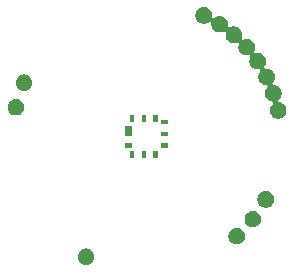
<source format=gbr>
G04 #@! TF.GenerationSoftware,KiCad,Pcbnew,5.0.2-bee76a0~70~ubuntu18.04.1*
G04 #@! TF.CreationDate,2019-07-03T17:26:22+02:00*
G04 #@! TF.ProjectId,lower_Sensor,6c6f7765-725f-4536-956e-736f722e6b69,rev?*
G04 #@! TF.SameCoordinates,Original*
G04 #@! TF.FileFunction,Soldermask,Bot*
G04 #@! TF.FilePolarity,Negative*
%FSLAX46Y46*%
G04 Gerber Fmt 4.6, Leading zero omitted, Abs format (unit mm)*
G04 Created by KiCad (PCBNEW 5.0.2-bee76a0~70~ubuntu18.04.1) date Mi 03 Jul 2019 17:26:22 CEST*
%MOMM*%
%LPD*%
G01*
G04 APERTURE LIST*
%ADD10C,0.100000*%
G04 APERTURE END LIST*
D10*
G36*
X105068372Y-89485778D02*
X105195949Y-89538622D01*
X105310765Y-89615340D01*
X105408400Y-89712975D01*
X105485118Y-89827791D01*
X105537962Y-89955368D01*
X105564900Y-90090796D01*
X105564900Y-90228884D01*
X105537962Y-90364312D01*
X105485118Y-90491889D01*
X105408400Y-90606705D01*
X105310765Y-90704340D01*
X105195949Y-90781058D01*
X105068372Y-90833902D01*
X104932944Y-90860840D01*
X104794856Y-90860840D01*
X104659428Y-90833902D01*
X104531851Y-90781058D01*
X104417035Y-90704340D01*
X104319400Y-90606705D01*
X104242682Y-90491889D01*
X104189838Y-90364312D01*
X104162900Y-90228884D01*
X104162900Y-90090796D01*
X104189838Y-89955368D01*
X104242682Y-89827791D01*
X104319400Y-89712975D01*
X104417035Y-89615340D01*
X104531851Y-89538622D01*
X104659428Y-89485778D01*
X104794856Y-89458840D01*
X104932944Y-89458840D01*
X105068372Y-89485778D01*
X105068372Y-89485778D01*
G37*
G36*
X117831872Y-87745878D02*
X117959449Y-87798722D01*
X118074265Y-87875440D01*
X118171900Y-87973075D01*
X118248618Y-88087891D01*
X118301462Y-88215468D01*
X118328400Y-88350896D01*
X118328400Y-88488984D01*
X118301462Y-88624412D01*
X118248618Y-88751989D01*
X118171900Y-88866805D01*
X118074265Y-88964440D01*
X117959449Y-89041158D01*
X117831872Y-89094002D01*
X117696444Y-89120940D01*
X117558356Y-89120940D01*
X117422928Y-89094002D01*
X117295351Y-89041158D01*
X117180535Y-88964440D01*
X117082900Y-88866805D01*
X117006182Y-88751989D01*
X116953338Y-88624412D01*
X116926400Y-88488984D01*
X116926400Y-88350896D01*
X116953338Y-88215468D01*
X117006182Y-88087891D01*
X117082900Y-87973075D01*
X117180535Y-87875440D01*
X117295351Y-87798722D01*
X117422928Y-87745878D01*
X117558356Y-87718940D01*
X117696444Y-87718940D01*
X117831872Y-87745878D01*
X117831872Y-87745878D01*
G37*
G36*
X119193312Y-86310778D02*
X119320889Y-86363622D01*
X119435705Y-86440340D01*
X119533340Y-86537975D01*
X119610058Y-86652791D01*
X119662902Y-86780368D01*
X119689840Y-86915796D01*
X119689840Y-87053884D01*
X119662902Y-87189312D01*
X119610058Y-87316889D01*
X119533340Y-87431705D01*
X119435705Y-87529340D01*
X119320889Y-87606058D01*
X119193312Y-87658902D01*
X119057884Y-87685840D01*
X118919796Y-87685840D01*
X118784368Y-87658902D01*
X118656791Y-87606058D01*
X118541975Y-87529340D01*
X118444340Y-87431705D01*
X118367622Y-87316889D01*
X118314778Y-87189312D01*
X118287840Y-87053884D01*
X118287840Y-86915796D01*
X118314778Y-86780368D01*
X118367622Y-86652791D01*
X118444340Y-86537975D01*
X118541975Y-86440340D01*
X118656791Y-86363622D01*
X118784368Y-86310778D01*
X118919796Y-86283840D01*
X119057884Y-86283840D01*
X119193312Y-86310778D01*
X119193312Y-86310778D01*
G37*
G36*
X120282972Y-84629298D02*
X120410549Y-84682142D01*
X120525365Y-84758860D01*
X120623000Y-84856495D01*
X120699718Y-84971311D01*
X120752562Y-85098888D01*
X120779500Y-85234316D01*
X120779500Y-85372404D01*
X120752562Y-85507832D01*
X120699718Y-85635409D01*
X120623000Y-85750225D01*
X120525365Y-85847860D01*
X120410549Y-85924578D01*
X120282972Y-85977422D01*
X120147544Y-86004360D01*
X120009456Y-86004360D01*
X119874028Y-85977422D01*
X119746451Y-85924578D01*
X119631635Y-85847860D01*
X119534000Y-85750225D01*
X119457282Y-85635409D01*
X119404438Y-85507832D01*
X119377500Y-85372404D01*
X119377500Y-85234316D01*
X119404438Y-85098888D01*
X119457282Y-84971311D01*
X119534000Y-84856495D01*
X119631635Y-84758860D01*
X119746451Y-84682142D01*
X119874028Y-84629298D01*
X120009456Y-84602360D01*
X120147544Y-84602360D01*
X120282972Y-84629298D01*
X120282972Y-84629298D01*
G37*
G36*
X108926000Y-81801000D02*
X108574000Y-81801000D01*
X108574000Y-81199000D01*
X108926000Y-81199000D01*
X108926000Y-81801000D01*
X108926000Y-81801000D01*
G37*
G36*
X110926000Y-81801000D02*
X110574000Y-81801000D01*
X110574000Y-81199000D01*
X110926000Y-81199000D01*
X110926000Y-81801000D01*
X110926000Y-81801000D01*
G37*
G36*
X109926000Y-81801000D02*
X109574000Y-81801000D01*
X109574000Y-81199000D01*
X109926000Y-81199000D01*
X109926000Y-81801000D01*
X109926000Y-81801000D01*
G37*
G36*
X108801000Y-80926000D02*
X108199000Y-80926000D01*
X108199000Y-80574000D01*
X108801000Y-80574000D01*
X108801000Y-80926000D01*
X108801000Y-80926000D01*
G37*
G36*
X111801000Y-80926000D02*
X111199000Y-80926000D01*
X111199000Y-80574000D01*
X111801000Y-80574000D01*
X111801000Y-80926000D01*
X111801000Y-80926000D01*
G37*
G36*
X111801000Y-79926000D02*
X111199000Y-79926000D01*
X111199000Y-79574000D01*
X111801000Y-79574000D01*
X111801000Y-79926000D01*
X111801000Y-79926000D01*
G37*
G36*
X108801000Y-79926000D02*
X108199000Y-79926000D01*
X108199000Y-79074000D01*
X108801000Y-79074000D01*
X108801000Y-79926000D01*
X108801000Y-79926000D01*
G37*
G36*
X111801000Y-78926000D02*
X111199000Y-78926000D01*
X111199000Y-78574000D01*
X111801000Y-78574000D01*
X111801000Y-78926000D01*
X111801000Y-78926000D01*
G37*
G36*
X109926000Y-78801000D02*
X109574000Y-78801000D01*
X109574000Y-78199000D01*
X109926000Y-78199000D01*
X109926000Y-78801000D01*
X109926000Y-78801000D01*
G37*
G36*
X110926000Y-78801000D02*
X110574000Y-78801000D01*
X110574000Y-78199000D01*
X110926000Y-78199000D01*
X110926000Y-78801000D01*
X110926000Y-78801000D01*
G37*
G36*
X108926000Y-78801000D02*
X108574000Y-78801000D01*
X108574000Y-78199000D01*
X108926000Y-78199000D01*
X108926000Y-78801000D01*
X108926000Y-78801000D01*
G37*
G36*
X115040412Y-69051478D02*
X115167989Y-69104322D01*
X115282805Y-69181040D01*
X115380440Y-69278675D01*
X115457158Y-69393491D01*
X115510002Y-69521068D01*
X115536940Y-69656496D01*
X115536940Y-69794585D01*
X115534662Y-69806038D01*
X115532260Y-69830424D01*
X115534662Y-69854810D01*
X115541775Y-69878259D01*
X115553327Y-69899870D01*
X115568872Y-69918812D01*
X115587815Y-69934357D01*
X115609426Y-69945908D01*
X115632875Y-69953021D01*
X115657261Y-69955423D01*
X115681647Y-69953021D01*
X115705096Y-69945908D01*
X115726706Y-69934357D01*
X115839931Y-69858702D01*
X115967508Y-69805858D01*
X116102936Y-69778920D01*
X116241024Y-69778920D01*
X116376452Y-69805858D01*
X116504029Y-69858702D01*
X116618845Y-69935420D01*
X116716480Y-70033055D01*
X116793198Y-70147871D01*
X116846042Y-70275448D01*
X116872980Y-70410876D01*
X116872980Y-70548964D01*
X116859676Y-70615848D01*
X116857274Y-70640234D01*
X116859676Y-70664620D01*
X116866789Y-70688070D01*
X116878340Y-70709680D01*
X116893886Y-70728622D01*
X116912828Y-70744168D01*
X116934439Y-70755719D01*
X116957888Y-70762832D01*
X116982274Y-70765234D01*
X117006660Y-70762832D01*
X117030110Y-70755719D01*
X117040554Y-70750137D01*
X117046431Y-70747703D01*
X117046432Y-70747702D01*
X117174006Y-70694859D01*
X117174005Y-70694859D01*
X117174008Y-70694858D01*
X117309436Y-70667920D01*
X117447524Y-70667920D01*
X117582952Y-70694858D01*
X117710529Y-70747702D01*
X117825345Y-70824420D01*
X117922980Y-70922055D01*
X117999698Y-71036871D01*
X118052542Y-71164448D01*
X118079480Y-71299876D01*
X118079480Y-71437964D01*
X118052542Y-71573391D01*
X118039367Y-71605199D01*
X118032254Y-71628648D01*
X118029852Y-71653034D01*
X118032254Y-71677421D01*
X118039367Y-71700870D01*
X118050918Y-71722481D01*
X118066463Y-71741423D01*
X118085405Y-71756968D01*
X118107016Y-71768520D01*
X118130465Y-71775633D01*
X118154851Y-71778035D01*
X118179238Y-71775633D01*
X118202687Y-71768520D01*
X118256046Y-71746418D01*
X118391476Y-71719480D01*
X118529564Y-71719480D01*
X118664992Y-71746418D01*
X118792569Y-71799262D01*
X118907385Y-71875980D01*
X119005020Y-71973615D01*
X119081738Y-72088431D01*
X119134582Y-72216008D01*
X119161520Y-72351436D01*
X119161520Y-72489524D01*
X119134582Y-72624954D01*
X119079702Y-72757446D01*
X119072589Y-72780895D01*
X119070187Y-72805281D01*
X119072589Y-72829667D01*
X119079702Y-72853117D01*
X119091253Y-72874727D01*
X119106799Y-72893669D01*
X119125741Y-72909215D01*
X119147352Y-72920766D01*
X119170801Y-72927879D01*
X119195187Y-72930281D01*
X119219573Y-72927879D01*
X119331276Y-72905660D01*
X119469364Y-72905660D01*
X119604792Y-72932598D01*
X119732369Y-72985442D01*
X119847185Y-73062160D01*
X119944820Y-73159795D01*
X120021538Y-73274611D01*
X120074382Y-73402188D01*
X120101320Y-73537616D01*
X120101320Y-73675704D01*
X120074382Y-73811132D01*
X120021538Y-73938709D01*
X119948630Y-74047823D01*
X119937079Y-74069433D01*
X119929966Y-74092883D01*
X119927564Y-74117269D01*
X119929966Y-74141655D01*
X119937079Y-74165104D01*
X119948630Y-74186715D01*
X119964176Y-74205657D01*
X119983118Y-74221203D01*
X120004728Y-74232754D01*
X120028178Y-74239867D01*
X120052564Y-74242269D01*
X120076948Y-74239868D01*
X120093278Y-74236620D01*
X120231364Y-74236620D01*
X120366792Y-74263558D01*
X120494369Y-74316402D01*
X120609185Y-74393120D01*
X120706820Y-74490755D01*
X120783538Y-74605571D01*
X120836382Y-74733148D01*
X120863320Y-74868576D01*
X120863320Y-75006664D01*
X120836382Y-75142092D01*
X120783538Y-75269669D01*
X120706820Y-75384485D01*
X120691393Y-75399912D01*
X120675847Y-75418854D01*
X120664296Y-75440465D01*
X120657183Y-75463914D01*
X120654781Y-75488300D01*
X120657183Y-75512686D01*
X120664296Y-75536135D01*
X120675847Y-75557746D01*
X120691393Y-75576688D01*
X120710335Y-75592234D01*
X120731946Y-75603785D01*
X120755395Y-75610898D01*
X120779781Y-75613300D01*
X120800324Y-75613300D01*
X120935752Y-75640238D01*
X121063329Y-75693082D01*
X121178145Y-75769800D01*
X121275780Y-75867435D01*
X121352498Y-75982251D01*
X121405342Y-76109828D01*
X121432280Y-76245256D01*
X121432280Y-76383344D01*
X121405342Y-76518772D01*
X121352498Y-76646349D01*
X121275780Y-76761165D01*
X121172736Y-76864209D01*
X121157190Y-76883151D01*
X121145639Y-76904762D01*
X121138526Y-76928211D01*
X121136124Y-76952597D01*
X121138526Y-76976983D01*
X121145639Y-77000432D01*
X121157190Y-77022043D01*
X121172736Y-77040985D01*
X121191678Y-77056531D01*
X121213289Y-77068082D01*
X121236738Y-77075195D01*
X121339611Y-77095658D01*
X121339613Y-77095659D01*
X121339614Y-77095659D01*
X121367083Y-77107037D01*
X121467189Y-77148502D01*
X121582005Y-77225220D01*
X121679640Y-77322855D01*
X121756358Y-77437671D01*
X121809202Y-77565248D01*
X121836140Y-77700676D01*
X121836140Y-77838764D01*
X121809202Y-77974192D01*
X121756358Y-78101769D01*
X121679640Y-78216585D01*
X121582005Y-78314220D01*
X121467189Y-78390938D01*
X121339612Y-78443782D01*
X121204184Y-78470720D01*
X121066096Y-78470720D01*
X120930668Y-78443782D01*
X120803091Y-78390938D01*
X120688275Y-78314220D01*
X120590640Y-78216585D01*
X120513922Y-78101769D01*
X120461078Y-77974192D01*
X120434140Y-77838764D01*
X120434140Y-77700676D01*
X120461078Y-77565248D01*
X120513922Y-77437671D01*
X120590640Y-77322855D01*
X120693684Y-77219811D01*
X120709230Y-77200869D01*
X120720781Y-77179258D01*
X120727894Y-77155809D01*
X120730296Y-77131423D01*
X120727894Y-77107037D01*
X120720781Y-77083588D01*
X120709230Y-77061977D01*
X120693684Y-77043035D01*
X120674742Y-77027489D01*
X120653131Y-77015938D01*
X120629682Y-77008825D01*
X120526809Y-76988362D01*
X120526807Y-76988361D01*
X120526806Y-76988361D01*
X120479682Y-76968841D01*
X120399231Y-76935518D01*
X120284415Y-76858800D01*
X120186780Y-76761165D01*
X120110062Y-76646349D01*
X120057218Y-76518772D01*
X120030280Y-76383344D01*
X120030280Y-76245256D01*
X120057218Y-76109828D01*
X120110062Y-75982251D01*
X120186780Y-75867435D01*
X120202207Y-75852008D01*
X120217753Y-75833066D01*
X120229304Y-75811455D01*
X120236417Y-75788006D01*
X120238819Y-75763620D01*
X120236417Y-75739234D01*
X120229304Y-75715785D01*
X120217753Y-75694174D01*
X120202207Y-75675232D01*
X120183265Y-75659686D01*
X120161654Y-75648135D01*
X120138205Y-75641022D01*
X120113819Y-75638620D01*
X120093276Y-75638620D01*
X119957848Y-75611682D01*
X119830271Y-75558838D01*
X119715455Y-75482120D01*
X119617820Y-75384485D01*
X119541102Y-75269669D01*
X119488258Y-75142092D01*
X119461320Y-75006664D01*
X119461320Y-74868576D01*
X119488258Y-74733148D01*
X119541102Y-74605571D01*
X119614010Y-74496457D01*
X119625561Y-74474847D01*
X119632674Y-74451397D01*
X119635076Y-74427011D01*
X119632674Y-74402625D01*
X119625561Y-74379176D01*
X119614010Y-74357565D01*
X119598464Y-74338623D01*
X119579522Y-74323077D01*
X119557912Y-74311526D01*
X119534462Y-74304413D01*
X119510076Y-74302011D01*
X119485692Y-74304412D01*
X119469362Y-74307660D01*
X119331276Y-74307660D01*
X119195848Y-74280722D01*
X119068271Y-74227878D01*
X118953455Y-74151160D01*
X118855820Y-74053525D01*
X118779102Y-73938709D01*
X118726258Y-73811132D01*
X118699320Y-73675704D01*
X118699320Y-73537616D01*
X118726258Y-73402186D01*
X118781138Y-73269694D01*
X118788251Y-73246245D01*
X118790653Y-73221859D01*
X118788251Y-73197473D01*
X118781138Y-73174023D01*
X118769587Y-73152413D01*
X118754041Y-73133471D01*
X118735099Y-73117925D01*
X118713488Y-73106374D01*
X118690039Y-73099261D01*
X118665653Y-73096859D01*
X118641267Y-73099261D01*
X118529564Y-73121480D01*
X118391476Y-73121480D01*
X118256048Y-73094542D01*
X118128471Y-73041698D01*
X118013655Y-72964980D01*
X117916020Y-72867345D01*
X117839302Y-72752529D01*
X117786458Y-72624952D01*
X117759520Y-72489524D01*
X117759520Y-72351436D01*
X117786458Y-72216009D01*
X117799633Y-72184201D01*
X117806746Y-72160752D01*
X117809148Y-72136366D01*
X117806746Y-72111979D01*
X117799633Y-72088530D01*
X117788082Y-72066919D01*
X117772537Y-72047977D01*
X117753595Y-72032432D01*
X117731984Y-72020880D01*
X117708535Y-72013767D01*
X117684149Y-72011365D01*
X117659762Y-72013767D01*
X117636313Y-72020880D01*
X117582954Y-72042982D01*
X117447524Y-72069920D01*
X117309436Y-72069920D01*
X117174008Y-72042982D01*
X117046431Y-71990138D01*
X116931615Y-71913420D01*
X116833980Y-71815785D01*
X116757262Y-71700969D01*
X116704418Y-71573392D01*
X116677480Y-71437964D01*
X116677480Y-71299876D01*
X116690784Y-71232992D01*
X116693186Y-71208606D01*
X116690784Y-71184220D01*
X116683671Y-71160770D01*
X116672120Y-71139160D01*
X116656574Y-71120218D01*
X116637632Y-71104672D01*
X116616021Y-71093121D01*
X116592572Y-71086008D01*
X116568186Y-71083606D01*
X116543800Y-71086008D01*
X116520350Y-71093121D01*
X116509906Y-71098703D01*
X116504029Y-71101137D01*
X116504028Y-71101138D01*
X116495496Y-71104672D01*
X116376452Y-71153982D01*
X116241024Y-71180920D01*
X116102936Y-71180920D01*
X115967508Y-71153982D01*
X115839931Y-71101138D01*
X115725115Y-71024420D01*
X115627480Y-70926785D01*
X115550762Y-70811969D01*
X115497918Y-70684392D01*
X115470980Y-70548964D01*
X115470980Y-70410875D01*
X115473258Y-70399422D01*
X115475660Y-70375036D01*
X115473258Y-70350650D01*
X115466145Y-70327201D01*
X115454593Y-70305590D01*
X115439048Y-70286648D01*
X115420105Y-70271103D01*
X115398494Y-70259552D01*
X115375045Y-70252439D01*
X115350659Y-70250037D01*
X115326273Y-70252439D01*
X115302824Y-70259552D01*
X115281214Y-70271103D01*
X115167989Y-70346758D01*
X115040412Y-70399602D01*
X114904984Y-70426540D01*
X114766896Y-70426540D01*
X114631468Y-70399602D01*
X114503891Y-70346758D01*
X114389075Y-70270040D01*
X114291440Y-70172405D01*
X114214722Y-70057589D01*
X114161878Y-69930012D01*
X114134940Y-69794584D01*
X114134940Y-69656496D01*
X114161878Y-69521068D01*
X114214722Y-69393491D01*
X114291440Y-69278675D01*
X114389075Y-69181040D01*
X114503891Y-69104322D01*
X114631468Y-69051478D01*
X114766896Y-69024540D01*
X114904984Y-69024540D01*
X115040412Y-69051478D01*
X115040412Y-69051478D01*
G37*
G36*
X99132392Y-76831498D02*
X99259969Y-76884342D01*
X99374785Y-76961060D01*
X99472420Y-77058695D01*
X99549138Y-77173511D01*
X99601982Y-77301088D01*
X99628920Y-77436516D01*
X99628920Y-77574604D01*
X99601982Y-77710032D01*
X99549138Y-77837609D01*
X99472420Y-77952425D01*
X99374785Y-78050060D01*
X99259969Y-78126778D01*
X99132392Y-78179622D01*
X98996964Y-78206560D01*
X98858876Y-78206560D01*
X98723448Y-78179622D01*
X98595871Y-78126778D01*
X98481055Y-78050060D01*
X98383420Y-77952425D01*
X98306702Y-77837609D01*
X98253858Y-77710032D01*
X98226920Y-77574604D01*
X98226920Y-77436516D01*
X98253858Y-77301088D01*
X98306702Y-77173511D01*
X98383420Y-77058695D01*
X98481055Y-76961060D01*
X98595871Y-76884342D01*
X98723448Y-76831498D01*
X98858876Y-76804560D01*
X98996964Y-76804560D01*
X99132392Y-76831498D01*
X99132392Y-76831498D01*
G37*
G36*
X99815652Y-74756318D02*
X99943229Y-74809162D01*
X100058045Y-74885880D01*
X100155680Y-74983515D01*
X100232398Y-75098331D01*
X100285242Y-75225908D01*
X100312180Y-75361336D01*
X100312180Y-75499424D01*
X100285242Y-75634852D01*
X100232398Y-75762429D01*
X100155680Y-75877245D01*
X100058045Y-75974880D01*
X99943229Y-76051598D01*
X99815652Y-76104442D01*
X99680224Y-76131380D01*
X99542136Y-76131380D01*
X99406708Y-76104442D01*
X99279131Y-76051598D01*
X99164315Y-75974880D01*
X99066680Y-75877245D01*
X98989962Y-75762429D01*
X98937118Y-75634852D01*
X98910180Y-75499424D01*
X98910180Y-75361336D01*
X98937118Y-75225908D01*
X98989962Y-75098331D01*
X99066680Y-74983515D01*
X99164315Y-74885880D01*
X99279131Y-74809162D01*
X99406708Y-74756318D01*
X99542136Y-74729380D01*
X99680224Y-74729380D01*
X99815652Y-74756318D01*
X99815652Y-74756318D01*
G37*
M02*

</source>
